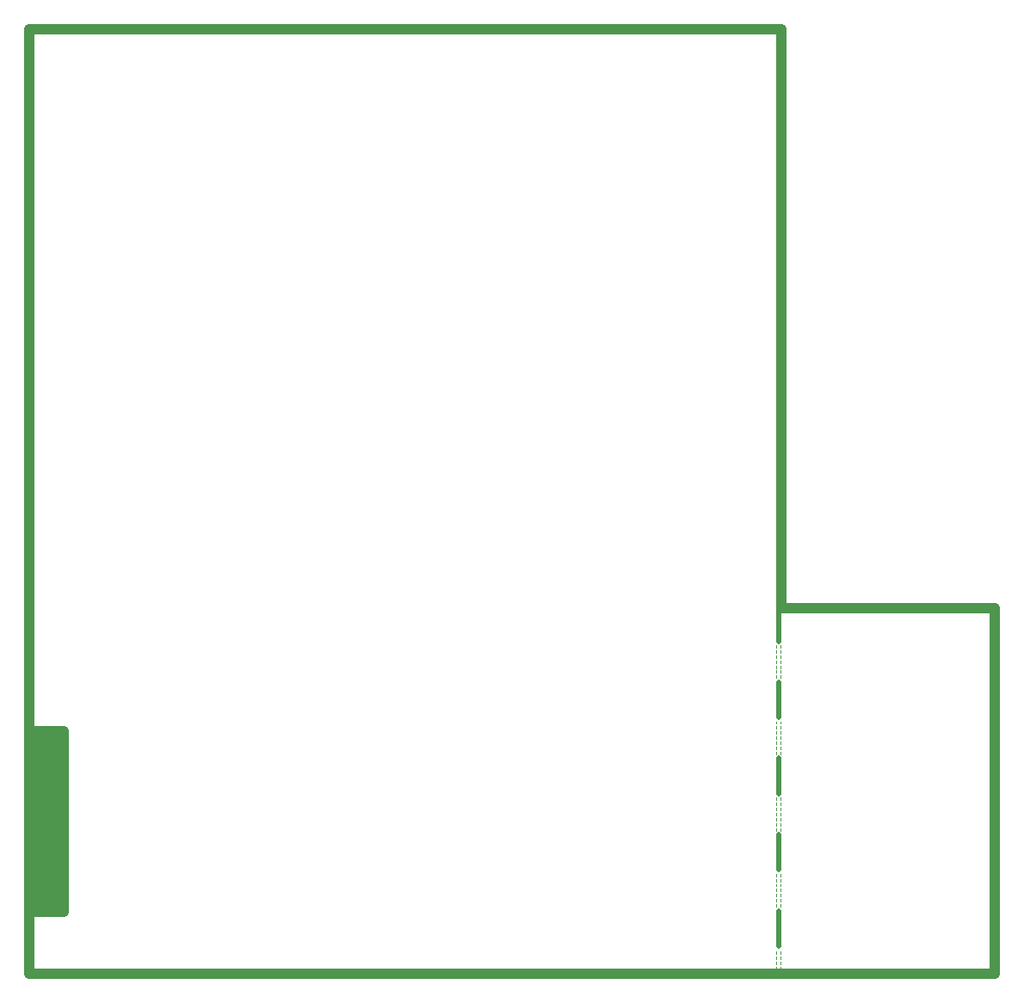
<source format=gko>
G04*
G04 #@! TF.GenerationSoftware,Altium Limited,Altium Designer,22.2.1 (43)*
G04*
G04 Layer_Color=32896*
%FSLAX25Y25*%
%MOIN*%
G70*
G04*
G04 #@! TF.SameCoordinates,4EB9BB6F-69CC-4AE6-9B36-E95FEA1B1F0F*
G04*
G04*
G04 #@! TF.FilePolarity,Positive*
G04*
G01*
G75*
%ADD13C,0.00394*%
%ADD168C,0.03937*%
%ADD169C,0.01968*%
D13*
X290945Y37894D02*
Y38878D01*
X289370Y37894D02*
Y38878D01*
X290945Y35925D02*
Y36909D01*
X289370Y35925D02*
Y36909D01*
X290945Y33957D02*
Y34941D01*
X289370Y33957D02*
Y34941D01*
X290945Y31988D02*
Y32972D01*
X289370Y31988D02*
Y32972D01*
X290945Y30020D02*
Y31004D01*
X289370Y30020D02*
Y31004D01*
X290945Y28051D02*
Y29035D01*
X289370Y28051D02*
Y29035D01*
X290945Y26083D02*
Y27067D01*
X289370Y26083D02*
Y27067D01*
X290945Y67421D02*
Y68405D01*
X289370Y67421D02*
Y68405D01*
X290945Y65453D02*
Y66437D01*
X289370Y65453D02*
Y66437D01*
X290945Y63484D02*
Y64468D01*
X289370Y63484D02*
Y64468D01*
X290945Y61516D02*
Y62500D01*
X289370Y61516D02*
Y62500D01*
X290945Y59547D02*
Y60532D01*
X289370Y59547D02*
Y60532D01*
X290945Y57579D02*
Y58563D01*
X289370Y57579D02*
Y58563D01*
X290945Y55610D02*
Y56595D01*
X289370Y55610D02*
Y56595D01*
X290945Y96949D02*
Y97933D01*
X289370Y96949D02*
Y97933D01*
X290945Y94980D02*
Y95965D01*
X289370Y94980D02*
Y95965D01*
X290945Y93012D02*
Y93996D01*
X289370Y93012D02*
Y93996D01*
X290945Y91043D02*
Y92028D01*
X289370Y91043D02*
Y92028D01*
X290945Y89075D02*
Y90059D01*
X289370Y89075D02*
Y90059D01*
X290945Y87106D02*
Y88090D01*
X289370Y87106D02*
Y88090D01*
X290945Y85138D02*
Y86122D01*
X289370Y85138D02*
Y86122D01*
Y114665D02*
Y115650D01*
X290945Y114665D02*
Y115650D01*
X289370Y116634D02*
Y117618D01*
X290945Y116634D02*
Y117618D01*
X289370Y118602D02*
Y119587D01*
X290945Y118602D02*
Y119587D01*
X289370Y120571D02*
Y121555D01*
X290945Y120571D02*
Y121555D01*
X289370Y122539D02*
Y123524D01*
X290945Y122539D02*
Y123524D01*
X289370Y124508D02*
Y125492D01*
X290945Y124508D02*
Y125492D01*
X289370Y126476D02*
Y127461D01*
X290945Y126476D02*
Y127461D01*
X289370Y-98D02*
Y886D01*
X290945Y-98D02*
Y886D01*
X289370Y1870D02*
Y2854D01*
X290945Y1870D02*
Y2854D01*
X289370Y3839D02*
Y4823D01*
X290945Y3839D02*
Y4823D01*
X289370Y5807D02*
Y6791D01*
X290945Y5807D02*
Y6791D01*
Y7677D02*
Y8661D01*
X289370Y7677D02*
Y8661D01*
D168*
X9843Y24016D02*
X10236Y24409D01*
Y94095D01*
X6693Y24016D02*
Y94095D01*
X3543Y24409D02*
Y94095D01*
X0Y24016D02*
Y94095D01*
X291339Y141732D02*
X293701D01*
X291339D02*
Y366142D01*
X0D02*
X291339D01*
X0Y94095D02*
Y366142D01*
Y94095D02*
X13386D01*
Y24016D02*
Y94095D01*
X0Y24016D02*
X13386D01*
X0Y0D02*
Y24016D01*
Y0D02*
X374016D01*
Y141732D01*
X293701D02*
X374016D01*
D169*
X290158Y142717D02*
X292126Y144291D01*
X290158Y10827D02*
Y14764D01*
Y24606D01*
Y40354D02*
Y44291D01*
Y54134D01*
Y69882D02*
Y73819D01*
Y83661D01*
Y99410D02*
Y103347D01*
Y113189D01*
Y128937D02*
Y132874D01*
Y142717D01*
X292323D01*
M02*

</source>
